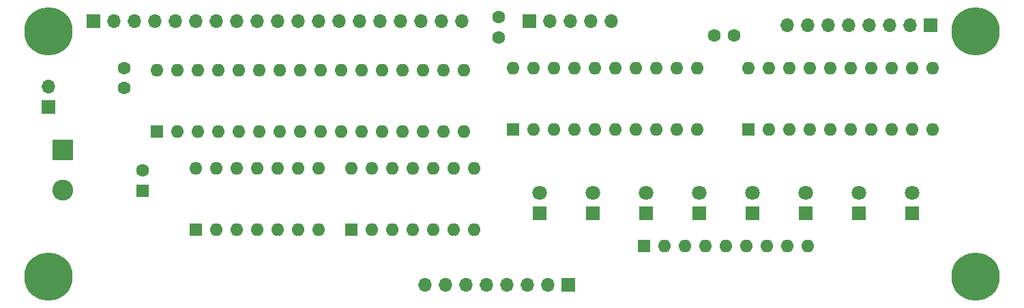
<source format=gbr>
%TF.GenerationSoftware,KiCad,Pcbnew,(5.1.9-0-10_14)*%
%TF.CreationDate,2021-05-21T22:27:02-04:00*%
%TF.ProjectId,RAM,52414d2e-6b69-4636-9164-5f7063625858,rev?*%
%TF.SameCoordinates,Original*%
%TF.FileFunction,Soldermask,Bot*%
%TF.FilePolarity,Negative*%
%FSLAX46Y46*%
G04 Gerber Fmt 4.6, Leading zero omitted, Abs format (unit mm)*
G04 Created by KiCad (PCBNEW (5.1.9-0-10_14)) date 2021-05-21 22:27:02*
%MOMM*%
%LPD*%
G01*
G04 APERTURE LIST*
%ADD10O,1.700000X1.700000*%
%ADD11R,1.700000X1.700000*%
%ADD12O,1.600000X1.600000*%
%ADD13R,1.600000X1.600000*%
%ADD14C,6.000000*%
%ADD15C,0.800000*%
%ADD16C,2.600000*%
%ADD17R,2.600000X2.600000*%
%ADD18C,1.800000*%
%ADD19R,1.800000X1.800000*%
%ADD20C,1.600000*%
G04 APERTURE END LIST*
D10*
%TO.C,J2*%
X145796000Y-66294000D03*
X143256000Y-66294000D03*
X140716000Y-66294000D03*
X138176000Y-66294000D03*
D11*
X135636000Y-66294000D03*
%TD*%
D12*
%TO.C,U6*%
X113538000Y-84582000D03*
X128778000Y-92202000D03*
X116078000Y-84582000D03*
X126238000Y-92202000D03*
X118618000Y-84582000D03*
X123698000Y-92202000D03*
X121158000Y-84582000D03*
X121158000Y-92202000D03*
X123698000Y-84582000D03*
X118618000Y-92202000D03*
X126238000Y-84582000D03*
X116078000Y-92202000D03*
X128778000Y-84582000D03*
D13*
X113538000Y-92202000D03*
%TD*%
D12*
%TO.C,U4*%
X94234000Y-84582000D03*
X109474000Y-92202000D03*
X96774000Y-84582000D03*
X106934000Y-92202000D03*
X99314000Y-84582000D03*
X104394000Y-92202000D03*
X101854000Y-84582000D03*
X101854000Y-92202000D03*
X104394000Y-84582000D03*
X99314000Y-92202000D03*
X106934000Y-84582000D03*
X96774000Y-92202000D03*
X109474000Y-84582000D03*
D13*
X94234000Y-92202000D03*
%TD*%
D12*
%TO.C,U2*%
X162814000Y-72136000D03*
X185674000Y-79756000D03*
X165354000Y-72136000D03*
X183134000Y-79756000D03*
X167894000Y-72136000D03*
X180594000Y-79756000D03*
X170434000Y-72136000D03*
X178054000Y-79756000D03*
X172974000Y-72136000D03*
X175514000Y-79756000D03*
X175514000Y-72136000D03*
X172974000Y-79756000D03*
X178054000Y-72136000D03*
X170434000Y-79756000D03*
X180594000Y-72136000D03*
X167894000Y-79756000D03*
X183134000Y-72136000D03*
X165354000Y-79756000D03*
X185674000Y-72136000D03*
D13*
X162814000Y-79756000D03*
%TD*%
D10*
%TO.C,J7*%
X122682000Y-99060000D03*
X125222000Y-99060000D03*
X127762000Y-99060000D03*
X130302000Y-99060000D03*
X132842000Y-99060000D03*
X135382000Y-99060000D03*
X137922000Y-99060000D03*
D11*
X140462000Y-99060000D03*
%TD*%
D10*
%TO.C,J6*%
X167640000Y-66802000D03*
X170180000Y-66802000D03*
X172720000Y-66802000D03*
X175260000Y-66802000D03*
X177800000Y-66802000D03*
X180340000Y-66802000D03*
X182880000Y-66802000D03*
D11*
X185420000Y-66802000D03*
%TD*%
D10*
%TO.C,J3*%
X75946000Y-74422000D03*
D11*
X75946000Y-76962000D03*
%TD*%
D10*
%TO.C,J1*%
X127254000Y-66294000D03*
X124714000Y-66294000D03*
X122174000Y-66294000D03*
X119634000Y-66294000D03*
X117094000Y-66294000D03*
X114554000Y-66294000D03*
X112014000Y-66294000D03*
X109474000Y-66294000D03*
X106934000Y-66294000D03*
X104394000Y-66294000D03*
X101854000Y-66294000D03*
X99314000Y-66294000D03*
X96774000Y-66294000D03*
X94234000Y-66294000D03*
X91694000Y-66294000D03*
X89154000Y-66294000D03*
X86614000Y-66294000D03*
X84074000Y-66294000D03*
D11*
X81534000Y-66294000D03*
%TD*%
D14*
%TO.C,REF\u002A\u002A*%
X191008000Y-67564000D03*
D15*
X193258000Y-67564000D03*
X192598990Y-69154990D03*
X191008000Y-69814000D03*
X189417010Y-69154990D03*
X188758000Y-67564000D03*
X189417010Y-65973010D03*
X191008000Y-65314000D03*
X192598990Y-65973010D03*
%TD*%
%TO.C,REF\u002A\u002A*%
X192598990Y-96453010D03*
X191008000Y-95794000D03*
X189417010Y-96453010D03*
X188758000Y-98044000D03*
X189417010Y-99634990D03*
X191008000Y-100294000D03*
X192598990Y-99634990D03*
X193258000Y-98044000D03*
D14*
X191008000Y-98044000D03*
%TD*%
%TO.C,REF\u002A\u002A*%
X75946000Y-98044000D03*
D15*
X78196000Y-98044000D03*
X77536990Y-99634990D03*
X75946000Y-100294000D03*
X74355010Y-99634990D03*
X73696000Y-98044000D03*
X74355010Y-96453010D03*
X75946000Y-95794000D03*
X77536990Y-96453010D03*
%TD*%
%TO.C,REF\u002A\u002A*%
X77536990Y-65973010D03*
X75946000Y-65314000D03*
X74355010Y-65973010D03*
X73696000Y-67564000D03*
X74355010Y-69154990D03*
X75946000Y-69814000D03*
X77536990Y-69154990D03*
X78196000Y-67564000D03*
D14*
X75946000Y-67564000D03*
%TD*%
D12*
%TO.C,U3*%
X133604000Y-72136000D03*
X156464000Y-79756000D03*
X136144000Y-72136000D03*
X153924000Y-79756000D03*
X138684000Y-72136000D03*
X151384000Y-79756000D03*
X141224000Y-72136000D03*
X148844000Y-79756000D03*
X143764000Y-72136000D03*
X146304000Y-79756000D03*
X146304000Y-72136000D03*
X143764000Y-79756000D03*
X148844000Y-72136000D03*
X141224000Y-79756000D03*
X151384000Y-72136000D03*
X138684000Y-79756000D03*
X153924000Y-72136000D03*
X136144000Y-79756000D03*
X156464000Y-72136000D03*
D13*
X133604000Y-79756000D03*
%TD*%
D12*
%TO.C,U1*%
X89408000Y-72390000D03*
X127508000Y-80010000D03*
X91948000Y-72390000D03*
X124968000Y-80010000D03*
X94488000Y-72390000D03*
X122428000Y-80010000D03*
X97028000Y-72390000D03*
X119888000Y-80010000D03*
X99568000Y-72390000D03*
X117348000Y-80010000D03*
X102108000Y-72390000D03*
X114808000Y-80010000D03*
X104648000Y-72390000D03*
X112268000Y-80010000D03*
X107188000Y-72390000D03*
X109728000Y-80010000D03*
X109728000Y-72390000D03*
X107188000Y-80010000D03*
X112268000Y-72390000D03*
X104648000Y-80010000D03*
X114808000Y-72390000D03*
X102108000Y-80010000D03*
X117348000Y-72390000D03*
X99568000Y-80010000D03*
X119888000Y-72390000D03*
X97028000Y-80010000D03*
X122428000Y-72390000D03*
X94488000Y-80010000D03*
X124968000Y-72390000D03*
X91948000Y-80010000D03*
X127508000Y-72390000D03*
D13*
X89408000Y-80010000D03*
%TD*%
D12*
%TO.C,RN1*%
X170180000Y-94234000D03*
X167640000Y-94234000D03*
X165100000Y-94234000D03*
X162560000Y-94234000D03*
X160020000Y-94234000D03*
X157480000Y-94234000D03*
X154940000Y-94234000D03*
X152400000Y-94234000D03*
D13*
X149860000Y-94234000D03*
%TD*%
D16*
%TO.C,J4*%
X77724000Y-87296000D03*
D17*
X77724000Y-82296000D03*
%TD*%
D18*
%TO.C,D8*%
X136906000Y-87630000D03*
D19*
X136906000Y-90170000D03*
%TD*%
D18*
%TO.C,D7*%
X143510000Y-87630000D03*
D19*
X143510000Y-90170000D03*
%TD*%
D18*
%TO.C,D6*%
X150114000Y-87630000D03*
D19*
X150114000Y-90170000D03*
%TD*%
D18*
%TO.C,D5*%
X156718000Y-87630000D03*
D19*
X156718000Y-90170000D03*
%TD*%
D18*
%TO.C,D4*%
X163322000Y-87630000D03*
D19*
X163322000Y-90170000D03*
%TD*%
D18*
%TO.C,D3*%
X169926000Y-87630000D03*
D19*
X169926000Y-90170000D03*
%TD*%
D18*
%TO.C,D2*%
X176530000Y-87630000D03*
D19*
X176530000Y-90170000D03*
%TD*%
D18*
%TO.C,D1*%
X183134000Y-87630000D03*
D19*
X183134000Y-90170000D03*
%TD*%
D20*
%TO.C,C4*%
X158536000Y-68072000D03*
X161036000Y-68072000D03*
%TD*%
%TO.C,C3*%
X131826000Y-65826000D03*
X131826000Y-68326000D03*
%TD*%
%TO.C,C2*%
X85344000Y-74636000D03*
X85344000Y-72136000D03*
%TD*%
%TO.C,C1*%
X87630000Y-84876000D03*
D13*
X87630000Y-87376000D03*
%TD*%
M02*

</source>
